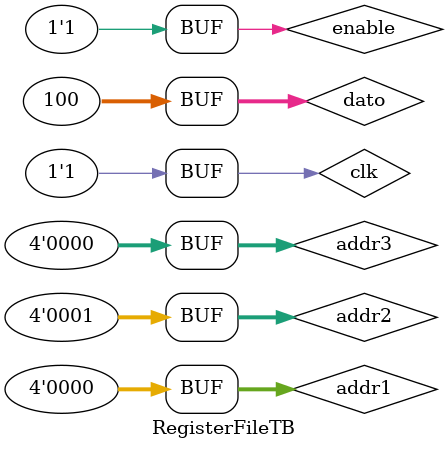
<source format=sv>
module RegisterFileTB();

		logic[31:0] dato;
		logic[3:0] addr1;
		logic[3:0] addr2;
		logic[3:0] addr3;
		logic[31:0] datosalida1;
		logic[31:0] datosalida2;
		logic [31:0]pc;
		logic clk;
		logic enable;

		RegisterFile DUT (clk,enable,addr1,addr2,addr3,dato,pc,datosalida1,datosalida2);
		
		initial begin
		   clk = 1; 
			
			enable = 1;
			addr3 = 0;
			dato = 100;
			#4
			addr1 = 0;
			#4
			addr2 = 1;
	end
endmodule

</source>
